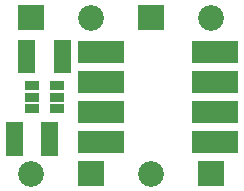
<source format=gbr>
G04 start of page 5 for group -4063 idx -4063 *
G04 Title: (unknown), componentmask *
G04 Creator: pcb 20110918 *
G04 CreationDate: Mon 25 Mar 2013 04:22:40 AM GMT UTC *
G04 For: ndholmes *
G04 Format: Gerber/RS-274X *
G04 PCB-Dimensions: 83000 80000 *
G04 PCB-Coordinate-Origin: lower left *
%MOIN*%
%FSLAX25Y25*%
%LNTOPMASK*%
%ADD32R,0.0300X0.0300*%
%ADD31R,0.0572X0.0572*%
%ADD30R,0.0720X0.0720*%
%ADD29C,0.0001*%
%ADD28C,0.0860*%
G54D28*X11500Y14000D03*
G54D29*G36*
X7200Y70300D02*Y61700D01*
X15800D01*
Y70300D01*
X7200D01*
G37*
G54D28*X31500Y66000D03*
G54D29*G36*
X47200Y70300D02*Y61700D01*
X55800D01*
Y70300D01*
X47200D01*
G37*
G36*
X67200Y18300D02*Y9700D01*
X75800D01*
Y18300D01*
X67200D01*
G37*
G54D28*X51500Y14000D03*
G54D29*G36*
X27200Y18300D02*Y9700D01*
X35800D01*
Y18300D01*
X27200D01*
G37*
G54D28*X71500Y66000D03*
G54D30*X31000Y54500D02*X39000D01*
X31000Y44500D02*X39000D01*
X31000Y34500D02*X39000D01*
X31000Y24500D02*X39000D01*
G54D31*X10190Y55755D02*Y50245D01*
X22000Y55755D02*Y50245D01*
G54D32*X11200Y43405D02*X12800D01*
X11200Y39505D02*X12800D01*
X11200Y35605D02*X12800D01*
X19400Y39505D02*X21000D01*
X19400Y43405D02*X21000D01*
X19400Y35605D02*X21000D01*
G54D31*X17905Y28255D02*Y22745D01*
X6095Y28255D02*Y22745D01*
G54D30*X69000Y54500D02*X77000D01*
X69000Y44500D02*X77000D01*
X69000Y34500D02*X77000D01*
X69000Y24500D02*X77000D01*
M02*

</source>
